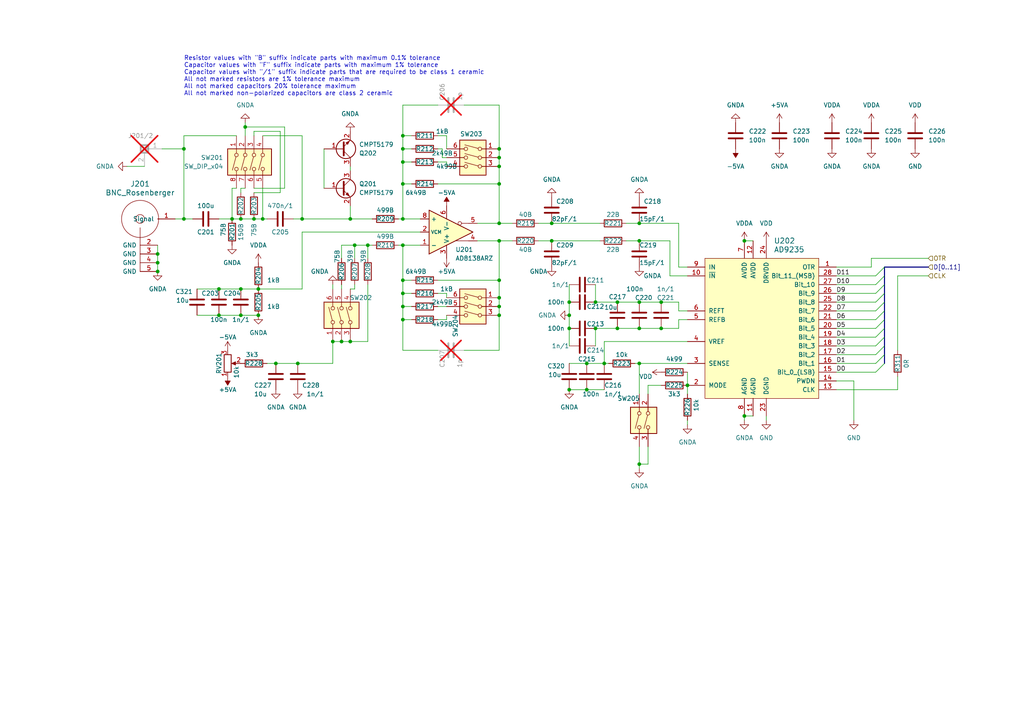
<source format=kicad_sch>
(kicad_sch (version 20231120) (generator "eeschema") (generator_version "8.0")
  (paper "A4")
  (title_block (title "MISRC") (date "2025-03-03") (rev "2.0") (comment 1 "Analog input + ADC"))
  (lib_symbols
    (symbol "ADC:AD9235" (pin_names (offset 1.016))
      (property "Reference" "U" (at -15.24 -21.59 0))
      (property "Value" "AD9235" (at -12.7 21.59 0))
      (symbol "AD9235_1_1"
        (pin input line (at 21.59 17.78 180) (length 5.08) (name "OTR") (number "1"))
        (pin input line (at -21.59 15.24 0) (length 5.08) (name "~{IN}") (number "10"))
        (pin power_in line (at -2.54 -25.4 90) (length 5.08) (name "AGND") (number "11"))
        (pin power_in line (at -2.54 25.4 270) (length 5.08) (name "AVDD") (number "12"))
        (pin input line (at 21.59 -17.78 180) (length 5.08) (name "CLK") (number "13"))
        (pin input line (at 21.59 -15.24 180) (length 5.08) (name "PWDN") (number "14"))
        (pin output line (at 21.59 -12.7 180) (length 5.08) (name "Bit_0_(LSB)") (number "15"))
        (pin output line (at 21.59 -10.16 180) (length 5.08) (name "Bit_1") (number "16"))
        (pin output line (at 21.59 -7.62 180) (length 5.08) (name "Bit_2") (number "17"))
        (pin output line (at 21.59 -5.08 180) (length 5.08) (name "Bit_3") (number "18"))
        (pin output line (at 21.59 -2.54 180) (length 5.08) (name "Bit_4") (number "19"))
        (pin input line (at -21.59 -16.51 0) (length 5.08) (name "MODE") (number "2"))
        (pin output line (at 21.59 0 180) (length 5.08) (name "Bit_5") (number "20"))
        (pin output line (at 21.59 2.54 180) (length 5.08) (name "Bit_6") (number "21"))
        (pin output line (at 21.59 5.08 180) (length 5.08) (name "Bit_7") (number "22"))
        (pin power_in line (at 1.27 -25.4 90) (length 5.08) (name "DGND") (number "23"))
        (pin power_in line (at 1.27 25.4 270) (length 5.08) (name "DRVDD") (number "24"))
        (pin output line (at 21.59 7.62 180) (length 5.08) (name "Bit_8") (number "25"))
        (pin output line (at 21.59 10.16 180) (length 5.08) (name "Bit_9") (number "26"))
        (pin output line (at 21.59 12.7 180) (length 5.08) (name "Bit_10") (number "27"))
        (pin output line (at 21.59 15.24 180) (length 5.08) (name "Bit_11_(MSB)") (number "28"))
        (pin input line (at -21.59 -10.16 0) (length 5.08) (name "SENSE") (number "3"))
        (pin input line (at -21.59 -3.81 0) (length 5.08) (name "VREF") (number "4"))
        (pin power_out line (at -21.59 2.54 0) (length 5.08) (name "REFB") (number "5"))
        (pin power_out line (at -21.59 5.08 0) (length 5.08) (name "REFT") (number "6"))
        (pin power_in line (at -5.08 25.4 270) (length 5.08) (name "AVDD") (number "7"))
        (pin power_in line (at -5.08 -25.4 90) (length 5.08) (name "AGND") (number "8"))
        (pin input line (at -21.59 17.78 0) (length 5.08) (name "IN") (number "9"))
      )
    )
    (symbol "Amplifier_Differential_AKL:AD8138ARZ"
      (property "Reference" "U" (at 8.89 11.43 0))
      (property "Value" "AD8138ARZ" (at 8.89 8.89 0))
      (symbol "AD8138ARZ_1_1"
        (pin input line (at -7.62 3.81 0) (length 2.54) (name "-") (number "1"))
        (pin input line (at -7.62 0 0) (length 2.54) (name "VCM") (number "2"))
        (pin power_in line (at 0 7.62 270) (length 3.84) (name "V+") (number "3"))
        (pin output line (at 8.89 2.54 180) (length 2.54) (name "~") (number "4"))
        (pin output line (at 8.89 -2.54 180) (length 2.54) (name "~") (number "5"))
        (pin power_in line (at 0 -7.62 90) (length 3.84) (name "V-") (number "6"))
        (pin no_connect line (at 0 0 0) (length 2.54) hide (name "NC") (number "7"))
        (pin input line (at -7.62 -3.81 0) (length 2.54) (name "+") (number "8"))
      )
    )
    (symbol "Connector_Generic_Shielded:Conn_01x01_Shielded" (pin_names (offset 1.016) hide)
      (property "Reference" "J1" (at -2.54 3.81 0))
      (symbol "Conn_01x01_Shielded_1_1"
        (pin passive line (at -5.08 0 0) (length 4.064) (name "Pin_1") (number "1"))
        (pin passive line (at 0 -5.08 90) (length 3.81) (name "Shield") (number "2"))
      )
    )
    (symbol "Device:C" (pin_numbers hide) (pin_names (offset 0.254))
      (property "Reference" "C" (at 0.635 2.54 0))
      (property "Value" "C" (at 0.635 -2.54 0))
      (symbol "C_1_1"
        (pin passive line (at 0 3.81 270) (length 2.794) (name "~") (number "1"))
        (pin passive line (at 0 -3.81 90) (length 2.794) (name "~") (number "2"))
      )
    )
    (symbol "Device:Q_NPN_BEC" (pin_names (offset 0) hide)
      (property "Reference" "Q" (at 5.08 1.27 0))
      (property "Value" "Q_NPN_BEC" (at 5.08 -1.27 0))
      (symbol "Q_NPN_BEC_1_1"
        (pin input line (at -5.08 0 0) (length 5.715) (name "B") (number "1"))
        (pin passive line (at 2.54 -5.08 90) (length 2.54) (name "E") (number "2"))
        (pin passive line (at 2.54 5.08 270) (length 2.54) (name "C") (number "3"))
      )
    )
    (symbol "Device:R" (pin_numbers hide) (pin_names (offset 0))
      (property "Reference" "R" (at 2.032 0 90))
      (property "Value" "R" (at 0 0 90))
      (symbol "R_1_1"
        (pin passive line (at 0 3.81 270) (length 1.27) (name "~") (number "1"))
        (pin passive line (at 0 -3.81 90) (length 1.27) (name "~") (number "2"))
      )
    )
    (symbol "Device:R_Potentiometer" (pin_names (offset 1.016) hide)
      (property "Reference" "RV" (at -4.445 0 90))
      (property "Value" "R_Potentiometer" (at -2.54 0 90))
      (symbol "R_Potentiometer_1_1"
        (pin passive line (at 0 3.81 270) (length 1.27) (name "1") (number "1"))
        (pin passive line (at 3.81 0 180) (length 1.27) (name "2") (number "2"))
        (pin passive line (at 0 -3.81 90) (length 1.27) (name "3") (number "3"))
      )
    )
    (symbol "Switch:SW_DIP_x02" (pin_names (offset 0) hide)
      (property "Reference" "SW" (at 0 6.35 0))
      (property "Value" "SW_DIP_x02" (at 0 -3.81 0))
      (symbol "SW_DIP_x02_1_1"
        (pin passive line (at -7.62 2.54 0) (length 5.08) (name "~") (number "1"))
        (pin passive line (at -7.62 0 0) (length 5.08) (name "~") (number "2"))
        (pin passive line (at 7.62 0 180) (length 5.08) (name "~") (number "3"))
        (pin passive line (at 7.62 2.54 180) (length 5.08) (name "~") (number "4"))
      )
    )
    (symbol "Switch:SW_DIP_x03" (pin_names (offset 0) hide)
      (property "Reference" "SW" (at 0 8.89 0))
      (property "Value" "SW_DIP_x03" (at 0 -3.81 0))
      (symbol "SW_DIP_x03_1_1"
        (pin passive line (at -7.62 5.08 0) (length 5.08) (name "~") (number "1"))
        (pin passive line (at -7.62 2.54 0) (length 5.08) (name "~") (number "2"))
        (pin passive line (at -7.62 0 0) (length 5.08) (name "~") (number "3"))
        (pin passive line (at 7.62 0 180) (length 5.08) (name "~") (number "4"))
        (pin passive line (at 7.62 2.54 180) (length 5.08) (name "~") (number "5"))
        (pin passive line (at 7.62 5.08 180) (length 5.08) (name "~") (number "6"))
      )
    )
    (symbol "Switch:SW_DIP_x04" (pin_names (offset 0) hide)
      (property "Reference" "SW" (at 0 8.89 0))
      (property "Value" "SW_DIP_x04" (at 0 -6.35 0))
      (symbol "SW_DIP_x04_1_1"
        (pin passive line (at -7.62 5.08 0) (length 5.08) (name "~") (number "1"))
        (pin passive line (at -7.62 2.54 0) (length 5.08) (name "~") (number "2"))
        (pin passive line (at -7.62 0 0) (length 5.08) (name "~") (number "3"))
        (pin passive line (at -7.62 -2.54 0) (length 5.08) (name "~") (number "4"))
        (pin passive line (at 7.62 -2.54 180) (length 5.08) (name "~") (number "5"))
        (pin passive line (at 7.62 0 180) (length 5.08) (name "~") (number "6"))
        (pin passive line (at 7.62 2.54 180) (length 5.08) (name "~") (number "7"))
        (pin passive line (at 7.62 5.08 180) (length 5.08) (name "~") (number "8"))
      )
    )
    (symbol "bnc_rosenberger:BNC_Rosenberger" (pin_names (offset 1.016))
      (property "Reference" "J" (at -3.81 6.35 0))
      (property "Value" "BNC_Rosenberger" (at -7.62 -5.08 90))
      (symbol "BNC_Rosenberger_1_1"
        (pin bidirectional line (at 10.16 0 180) (length 5.08) (name "Signal") (number "1"))
        (pin power_in line (at 5.08 -7.62 180) (length 5.08) (name "GND") (number "2"))
        (pin power_in line (at 5.08 -10.16 180) (length 5.08) (name "GND") (number "3"))
        (pin power_in line (at 5.08 -12.7 180) (length 5.08) (name "GND") (number "4"))
        (pin power_in line (at 5.08 -15.24 180) (length 5.08) (name "GND") (number "5"))
      )
    )
    (symbol "power:+5VA" (power) (pin_names (offset 0))
      (property "Value" "+5VA" (at 0 3.556 0))
      (symbol "+5VA_1_1"
        (pin power_in line (at 0 0 90) (length 0) hide (name "+5VA") (number "1"))
      )
    )
    (symbol "power:-5VA" (power) (pin_names (offset 0))
      (property "Value" "-5VA" (at 0 3.81 0))
      (symbol "-5VA_0_0"
        (pin power_in line (at 0 0 90) (length 0) hide (name "-5VA") (number "1"))
      )
    )
    (symbol "power:GND" (power) (pin_names (offset 0))
      (property "Value" "GND" (at 0 -3.81 0))
      (symbol "GND_1_1"
        (pin power_in line (at 0 0 270) (length 0) hide (name "GND") (number "1"))
      )
    )
    (symbol "power:GNDA" (power) (pin_names (offset 0))
      (property "Value" "GNDA" (at 0 -3.81 0))
      (symbol "GNDA_1_1"
        (pin power_in line (at 0 0 270) (length 0) hide (name "GNDA") (number "1"))
      )
    )
    (symbol "power:VDD" (power) (pin_names (offset 0))
      (property "Value" "VDD" (at 0 3.81 0))
      (symbol "VDD_1_1"
        (pin power_in line (at 0 0 90) (length 0) hide (name "VDD") (number "1"))
      )
    )
    (symbol "power:VDDA" (power) (pin_names (offset 0))
      (property "Value" "VDDA" (at 0 3.81 0))
      (symbol "VDDA_1_1"
        (pin power_in line (at 0 0 90) (length 0) hide (name "VDDA") (number "1"))
      )
    )
  )
  (junction (at 45.72 76.2))
  (junction (at 116.84 53.34))
  (junction (at 144.78 64.77))
  (junction (at 165.1 91.44))
  (junction (at 165.1 95.25))
  (junction (at 86.36 105.41))
  (junction (at 165.1 87.63))
  (junction (at 101.6 63.5))
  (junction (at 165.1 113.03))
  (junction (at 179.07 87.63))
  (junction (at 172.72 95.25))
  (junction (at 67.31 63.5))
  (junction (at 116.84 43.18))
  (junction (at 191.77 87.63))
  (junction (at 73.66 63.5))
  (junction (at 102.87 71.12))
  (junction (at 215.9 120.65))
  (junction (at 160.02 69.85))
  (junction (at 69.85 91.44))
  (junction (at 170.18 113.03))
  (junction (at 116.84 81.28))
  (junction (at 144.78 53.34))
  (junction (at 172.72 87.63))
  (junction (at 116.84 92.71))
  (junction (at 185.42 87.63))
  (junction (at 69.85 63.5))
  (junction (at 175.26 105.41))
  (junction (at 116.84 63.5))
  (junction (at 144.78 81.28))
  (junction (at 191.77 95.25))
  (junction (at 160.02 64.77))
  (junction (at 185.42 64.77))
  (junction (at 144.78 45.72))
  (junction (at 215.9 69.85))
  (junction (at 53.34 63.5))
  (junction (at 74.93 91.44))
  (junction (at 53.34 43.18))
  (junction (at 185.42 134.62))
  (junction (at 179.07 95.25))
  (junction (at 74.93 83.82))
  (junction (at 144.78 48.26))
  (junction (at 101.6 99.06))
  (junction (at 116.84 85.09))
  (junction (at 76.2 63.5))
  (junction (at 63.5 83.82))
  (junction (at 80.01 105.41))
  (junction (at 45.72 73.66))
  (junction (at 116.84 46.99))
  (junction (at 96.52 99.06))
  (junction (at 87.63 63.5))
  (junction (at 63.5 91.44))
  (junction (at 170.18 105.41))
  (junction (at 45.72 78.74))
  (junction (at 185.42 69.85))
  (junction (at 144.78 86.36))
  (junction (at 144.78 88.9))
  (junction (at 116.84 39.37))
  (junction (at 71.12 36.83))
  (junction (at 144.78 91.44))
  (junction (at 144.78 43.18))
  (junction (at 69.85 83.82))
  (junction (at 116.84 71.12))
  (junction (at 185.42 95.25))
  (junction (at 144.78 69.85))
  (junction (at 185.42 105.41))
  (junction (at 116.84 88.9))
  (junction (at 106.68 71.12))
  (junction (at 99.06 99.06))
  (junction (at 199.39 111.76))
  (bus_entry (at 256.54 85.09) (size -2.54 2.54))
  (bus_entry (at 256.54 102.87) (size -2.54 2.54))
  (bus_entry (at 256.54 80.01) (size -2.54 2.54))
  (bus_entry (at 256.54 90.17) (size -2.54 2.54))
  (bus_entry (at 256.54 105.41) (size -2.54 2.54))
  (bus_entry (at 256.54 97.79) (size -2.54 2.54))
  (bus_entry (at 256.54 87.63) (size -2.54 2.54))
  (bus_entry (at 256.54 77.47) (size -2.54 2.54))
  (bus_entry (at 256.54 100.33) (size -2.54 2.54))
  (bus_entry (at 256.54 95.25) (size -2.54 2.54))
  (bus_entry (at 256.54 92.71) (size -2.54 2.54))
  (bus_entry (at 256.54 82.55) (size -2.54 2.54))
  (wire (pts (xy 144.78 48.26) (xy 144.78 53.34)))
  (wire (pts (xy 160.02 64.77) (xy 173.99 64.77)))
  (wire (pts (xy 242.57 80.01) (xy 254 80.01)))
  (wire (pts (xy 101.6 63.5) (xy 107.95 63.5)))
  (wire (pts (xy 222.25 121.92) (xy 222.25 120.65)))
  (wire (pts (xy 63.5 63.5) (xy 67.31 63.5)))
  (wire (pts (xy 73.66 55.88) (xy 81.28 55.88)))
  (wire (pts (xy 80.01 105.41) (xy 86.36 105.41)))
  (wire (pts (xy 116.84 88.9) (xy 119.38 88.9)))
  (wire (pts (xy 128.27 45.72) (xy 129.54 45.72)))
  (wire (pts (xy 73.66 54.61) (xy 82.55 54.61)))
  (wire (pts (xy 87.63 39.37) (xy 87.63 63.5)))
  (wire (pts (xy 260.35 80.01) (xy 260.35 101.6)))
  (wire (pts (xy 76.2 54.61) (xy 76.2 63.5)))
  (wire (pts (xy 260.35 80.01) (xy 269.24 80.01)))
  (bus (pts (xy 256.54 80.01) (xy 256.54 82.55)))
  (wire (pts (xy 73.66 38.1) (xy 73.66 39.37)))
  (wire (pts (xy 76.2 63.5) (xy 77.47 63.5)))
  (wire (pts (xy 185.42 105.41) (xy 185.42 114.3)))
  (wire (pts (xy 187.96 111.76) (xy 187.96 114.3)))
  (wire (pts (xy 45.72 73.66) (xy 45.72 76.2)))
  (wire (pts (xy 116.84 53.34) (xy 116.84 63.5)))
  (wire (pts (xy 102.87 83.82) (xy 102.87 82.55)))
  (wire (pts (xy 116.84 43.18) (xy 119.38 43.18)))
  (wire (pts (xy 185.42 105.41) (xy 199.39 105.41)))
  (wire (pts (xy 144.78 45.72) (xy 144.78 48.26)))
  (bus (pts (xy 256.54 95.25) (xy 256.54 97.79)))
  (wire (pts (xy 116.84 101.6) (xy 127 101.6)))
  (wire (pts (xy 119.38 92.71) (xy 116.84 92.71)))
  (wire (pts (xy 127 92.71) (xy 129.54 92.71)))
  (wire (pts (xy 156.21 64.77) (xy 160.02 64.77)))
  (wire (pts (xy 185.42 95.25) (xy 191.77 95.25)))
  (wire (pts (xy 93.98 43.18) (xy 93.98 54.61)))
  (wire (pts (xy 242.57 82.55) (xy 254 82.55)))
  (bus (pts (xy 256.54 102.87) (xy 256.54 105.41)))
  (wire (pts (xy 252.73 77.47) (xy 252.73 74.93)))
  (wire (pts (xy 106.68 82.55) (xy 106.68 99.06)))
  (wire (pts (xy 199.39 111.76) (xy 199.39 114.3)))
  (wire (pts (xy 179.07 87.63) (xy 185.42 87.63)))
  (wire (pts (xy 165.1 87.63) (xy 165.1 91.44)))
  (wire (pts (xy 129.54 85.09) (xy 129.54 86.36)))
  (wire (pts (xy 260.35 109.22) (xy 260.35 113.03)))
  (wire (pts (xy 215.9 120.65) (xy 215.9 121.92)))
  (wire (pts (xy 172.72 82.55) (xy 172.72 87.63)))
  (wire (pts (xy 242.57 85.09) (xy 254 85.09)))
  (wire (pts (xy 144.78 43.18) (xy 144.78 45.72)))
  (wire (pts (xy 172.72 87.63) (xy 179.07 87.63)))
  (wire (pts (xy 45.72 71.12) (xy 45.72 73.66)))
  (bus (pts (xy 256.54 97.79) (xy 256.54 100.33)))
  (wire (pts (xy 181.61 64.77) (xy 185.42 64.77)))
  (wire (pts (xy 106.68 74.93) (xy 106.68 71.12)))
  (wire (pts (xy 53.34 43.18) (xy 53.34 63.5)))
  (wire (pts (xy 99.06 71.12) (xy 99.06 74.93)))
  (bus (pts (xy 256.54 100.33) (xy 256.54 102.87)))
  (wire (pts (xy 215.9 69.85) (xy 218.44 69.85)))
  (wire (pts (xy 73.66 63.5) (xy 76.2 63.5)))
  (wire (pts (xy 116.84 30.48) (xy 116.84 39.37)))
  (wire (pts (xy 101.6 83.82) (xy 102.87 83.82)))
  (wire (pts (xy 165.1 113.03) (xy 170.18 113.03)))
  (wire (pts (xy 185.42 69.85) (xy 194.31 69.85)))
  (wire (pts (xy 172.72 95.25) (xy 179.07 95.25)))
  (wire (pts (xy 144.78 69.85) (xy 144.78 81.28)))
  (wire (pts (xy 185.42 134.62) (xy 185.42 135.89)))
  (bus (pts (xy 256.54 77.47) (xy 269.24 77.47)))
  (wire (pts (xy 165.1 95.25) (xy 165.1 100.33)))
  (bus (pts (xy 256.54 87.63) (xy 256.54 90.17)))
  (wire (pts (xy 101.6 99.06) (xy 106.68 99.06)))
  (wire (pts (xy 81.28 55.88) (xy 81.28 38.1)))
  (wire (pts (xy 175.26 99.06) (xy 199.39 99.06)))
  (wire (pts (xy 71.12 36.83) (xy 71.12 39.37)))
  (wire (pts (xy 170.18 105.41) (xy 175.26 105.41)))
  (wire (pts (xy 116.84 92.71) (xy 116.84 101.6)))
  (wire (pts (xy 160.02 69.85) (xy 173.99 69.85)))
  (wire (pts (xy 76.2 39.37) (xy 87.63 39.37)))
  (wire (pts (xy 46.99 43.18) (xy 53.34 43.18)))
  (wire (pts (xy 247.65 110.49) (xy 247.65 121.92)))
  (wire (pts (xy 67.31 54.61) (xy 67.31 63.5)))
  (wire (pts (xy 199.39 107.95) (xy 199.39 111.76)))
  (wire (pts (xy 102.87 71.12) (xy 99.06 71.12)))
  (wire (pts (xy 50.8 63.5) (xy 53.34 63.5)))
  (wire (pts (xy 134.62 30.48) (xy 144.78 30.48)))
  (wire (pts (xy 57.15 91.44) (xy 63.5 91.44)))
  (wire (pts (xy 144.78 88.9) (xy 144.78 91.44)))
  (wire (pts (xy 101.6 59.69) (xy 101.6 63.5)))
  (wire (pts (xy 242.57 102.87) (xy 254 102.87)))
  (wire (pts (xy 96.52 99.06) (xy 99.06 99.06)))
  (wire (pts (xy 96.52 82.55) (xy 96.52 83.82)))
  (wire (pts (xy 242.57 92.71) (xy 254 92.71)))
  (wire (pts (xy 68.58 54.61) (xy 67.31 54.61)))
  (wire (pts (xy 119.38 39.37) (xy 116.84 39.37)))
  (wire (pts (xy 196.85 95.25) (xy 196.85 92.71)))
  (wire (pts (xy 77.47 105.41) (xy 80.01 105.41)))
  (wire (pts (xy 196.85 90.17) (xy 196.85 87.63)))
  (wire (pts (xy 67.31 63.5) (xy 69.85 63.5)))
  (wire (pts (xy 57.15 83.82) (xy 63.5 83.82)))
  (wire (pts (xy 119.38 85.09) (xy 116.84 85.09)))
  (wire (pts (xy 116.84 63.5) (xy 121.92 63.5)))
  (wire (pts (xy 116.84 71.12) (xy 121.92 71.12)))
  (wire (pts (xy 127 30.48) (xy 116.84 30.48)))
  (wire (pts (xy 74.93 83.82) (xy 87.63 83.82)))
  (wire (pts (xy 242.57 100.33) (xy 254 100.33)))
  (wire (pts (xy 127 39.37) (xy 129.54 39.37)))
  (wire (pts (xy 82.55 36.83) (xy 71.12 36.83)))
  (wire (pts (xy 187.96 129.54) (xy 187.96 134.62)))
  (wire (pts (xy 144.78 69.85) (xy 148.59 69.85)))
  (wire (pts (xy 129.54 91.44) (xy 129.54 92.71)))
  (wire (pts (xy 101.6 48.26) (xy 101.6 49.53)))
  (wire (pts (xy 69.85 54.61) (xy 69.85 55.88)))
  (wire (pts (xy 242.57 105.41) (xy 254 105.41)))
  (wire (pts (xy 99.06 82.55) (xy 99.06 83.82)))
  (wire (pts (xy 127 85.09) (xy 129.54 85.09)))
  (wire (pts (xy 215.9 120.65) (xy 218.44 120.65)))
  (bus (pts (xy 256.54 92.71) (xy 256.54 95.25)))
  (wire (pts (xy 116.84 85.09) (xy 116.84 81.28)))
  (wire (pts (xy 185.42 134.62) (xy 187.96 134.62)))
  (wire (pts (xy 71.12 54.61) (xy 69.85 54.61)))
  (wire (pts (xy 138.43 64.77) (xy 144.78 64.77)))
  (wire (pts (xy 194.31 69.85) (xy 194.31 80.01)))
  (wire (pts (xy 85.09 63.5) (xy 87.63 63.5)))
  (wire (pts (xy 199.39 90.17) (xy 196.85 90.17)))
  (wire (pts (xy 116.84 88.9) (xy 116.84 92.71)))
  (wire (pts (xy 185.42 129.54) (xy 185.42 134.62)))
  (wire (pts (xy 68.58 39.37) (xy 53.34 39.37)))
  (wire (pts (xy 127 88.9) (xy 129.54 88.9)))
  (wire (pts (xy 87.63 67.31) (xy 87.63 83.82)))
  (wire (pts (xy 242.57 77.47) (xy 252.73 77.47)))
  (wire (pts (xy 81.28 38.1) (xy 73.66 38.1)))
  (wire (pts (xy 194.31 80.01) (xy 199.39 80.01)))
  (wire (pts (xy 196.85 92.71) (xy 199.39 92.71)))
  (wire (pts (xy 82.55 54.61) (xy 82.55 36.83)))
  (wire (pts (xy 144.78 81.28) (xy 144.78 86.36)))
  (wire (pts (xy 71.12 35.56) (xy 71.12 36.83)))
  (wire (pts (xy 127 53.34) (xy 144.78 53.34)))
  (wire (pts (xy 175.26 105.41) (xy 176.53 105.41)))
  (wire (pts (xy 181.61 69.85) (xy 185.42 69.85)))
  (wire (pts (xy 45.72 76.2) (xy 45.72 78.74)))
  (wire (pts (xy 63.5 83.82) (xy 69.85 83.82)))
  (wire (pts (xy 172.72 95.25) (xy 172.72 100.33)))
  (wire (pts (xy 144.78 30.48) (xy 144.78 43.18)))
  (wire (pts (xy 127 46.99) (xy 129.54 46.99)))
  (wire (pts (xy 242.57 113.03) (xy 260.35 113.03)))
  (wire (pts (xy 199.39 77.47) (xy 196.85 77.47)))
  (bus (pts (xy 256.54 77.47) (xy 256.54 80.01)))
  (wire (pts (xy 185.42 87.63) (xy 191.77 87.63)))
  (wire (pts (xy 116.84 46.99) (xy 116.84 53.34)))
  (wire (pts (xy 191.77 95.25) (xy 196.85 95.25)))
  (wire (pts (xy 185.42 64.77) (xy 196.85 64.77)))
  (wire (pts (xy 196.85 77.47) (xy 196.85 64.77)))
  (wire (pts (xy 69.85 83.82) (xy 74.93 83.82)))
  (wire (pts (xy 134.62 101.6) (xy 144.78 101.6)))
  (wire (pts (xy 116.84 88.9) (xy 116.84 85.09)))
  (wire (pts (xy 115.57 63.5) (xy 116.84 63.5)))
  (wire (pts (xy 116.84 81.28) (xy 119.38 81.28)))
  (wire (pts (xy 144.78 86.36) (xy 144.78 88.9)))
  (wire (pts (xy 156.21 69.85) (xy 160.02 69.85)))
  (wire (pts (xy 242.57 95.25) (xy 254 95.25)))
  (wire (pts (xy 63.5 91.44) (xy 69.85 91.44)))
  (wire (pts (xy 242.57 90.17) (xy 254 90.17)))
  (wire (pts (xy 144.78 53.34) (xy 144.78 64.77)))
  (wire (pts (xy 115.57 71.12) (xy 116.84 71.12)))
  (wire (pts (xy 165.1 91.44) (xy 165.1 95.25)))
  (wire (pts (xy 185.42 105.41) (xy 184.15 105.41)))
  (wire (pts (xy 127 43.18) (xy 128.27 43.18)))
  (wire (pts (xy 116.84 81.28) (xy 116.84 71.12)))
  (wire (pts (xy 53.34 39.37) (xy 53.34 43.18)))
  (wire (pts (xy 128.27 43.18) (xy 128.27 45.72)))
  (wire (pts (xy 87.63 67.31) (xy 121.92 67.31)))
  (wire (pts (xy 242.57 110.49) (xy 247.65 110.49)))
  (wire (pts (xy 242.57 87.63) (xy 254 87.63)))
  (wire (pts (xy 87.63 63.5) (xy 101.6 63.5)))
  (wire (pts (xy 102.87 74.93) (xy 102.87 71.12)))
  (wire (pts (xy 86.36 105.41) (xy 96.52 105.41)))
  (wire (pts (xy 106.68 71.12) (xy 102.87 71.12)))
  (wire (pts (xy 127 81.28) (xy 144.78 81.28)))
  (wire (pts (xy 69.85 63.5) (xy 73.66 63.5)))
  (wire (pts (xy 165.1 105.41) (xy 170.18 105.41)))
  (wire (pts (xy 242.57 97.79) (xy 254 97.79)))
  (wire (pts (xy 116.84 43.18) (xy 116.84 46.99)))
  (bus (pts (xy 256.54 90.17) (xy 256.54 92.71)))
  (wire (pts (xy 36.83 48.26) (xy 41.91 48.26)))
  (wire (pts (xy 187.96 111.76) (xy 191.77 111.76)))
  (wire (pts (xy 55.88 63.5) (xy 53.34 63.5)))
  (wire (pts (xy 116.84 53.34) (xy 119.38 53.34)))
  (wire (pts (xy 170.18 113.03) (xy 175.26 113.03)))
  (wire (pts (xy 116.84 39.37) (xy 116.84 43.18)))
  (wire (pts (xy 69.85 91.44) (xy 74.93 91.44)))
  (wire (pts (xy 199.39 121.92) (xy 199.39 123.19)))
  (wire (pts (xy 179.07 95.25) (xy 185.42 95.25)))
  (wire (pts (xy 191.77 87.63) (xy 196.85 87.63)))
  (wire (pts (xy 129.54 39.37) (xy 129.54 43.18)))
  (wire (pts (xy 129.54 46.99) (xy 129.54 48.26)))
  (bus (pts (xy 256.54 85.09) (xy 256.54 87.63)))
  (wire (pts (xy 242.57 107.95) (xy 254 107.95)))
  (wire (pts (xy 106.68 71.12) (xy 107.95 71.12)))
  (wire (pts (xy 138.43 69.85) (xy 144.78 69.85)))
  (wire (pts (xy 96.52 99.06) (xy 96.52 105.41)))
  (wire (pts (xy 252.73 74.93) (xy 269.24 74.93)))
  (wire (pts (xy 116.84 46.99) (xy 119.38 46.99)))
  (bus (pts (xy 256.54 82.55) (xy 256.54 85.09)))
  (wire (pts (xy 99.06 99.06) (xy 101.6 99.06)))
  (wire (pts (xy 175.26 105.41) (xy 175.26 99.06)))
  (wire (pts (xy 165.1 82.55) (xy 165.1 87.63)))
  (wire (pts (xy 144.78 64.77) (xy 148.59 64.77)))
  (wire (pts (xy 144.78 91.44) (xy 144.78 101.6)))
  (text "Resistor values with \"B\" suffix indicate parts with maximum 0.1% tolerance\nCapacitor values with \"F\" suffix indicate parts with maximum 1% tolerance\nCapacitor values with \"/1\" suffix indicate parts that are required to be class 1 ceramic\nAll not marked resistors are 1% tolerance maximum\nAll not marked capacitors 20% tolerance maximum\nAll not marked non-polarized capacitors are class 2 ceramic" (at 53.34 27.94 0) (effects (font (size 1.27 1.27)) (justify left bottom)))
  (label "D5" (at 242.57 95.25 0))
  (label "D4" (at 242.57 97.79 0))
  (label "D6" (at 242.57 92.71 0))
  (label "D10" (at 242.57 82.55 0))
  (label "D8" (at 242.57 87.63 0))
  (label "D3" (at 242.57 100.33 0))
  (label "D11" (at 242.57 80.01 0))
  (label "D7" (at 242.57 90.17 0))
  (label "D1" (at 242.57 105.41 0))
  (label "D9" (at 242.57 85.09 0))
  (label "D2" (at 242.57 102.87 0))
  (label "D0" (at 242.57 107.95 0))
  (hierarchical_label "CLK" (shape input) (at 269.24 80.01 0))
  (hierarchical_label "D[0..11]" (shape input) (at 269.24 77.47 0))
  (hierarchical_label "OTR" (shape input) (at 269.24 74.93 0))
  (symbol (lib_id "power:GNDA") (at 213.36 35.56 180) (unit 1)
    (property "Reference" "#PWR0219" (effects (hide yes)))
    (property "Value" "GNDA" (at 213.36 30.48 0))
  )
  (symbol (lib_id "power:GNDA") (at 160.02 57.15 180) (unit 1)
    (property "Reference" "#PWR0210" (effects (hide yes)))
    (property "Value" "GNDA" (at 160.02 52.07 0))
  )
  (symbol (lib_id "Device:R") (at 74.93 87.63 180) (unit 1)
    (property "Reference" "R205" (at 74.93 90.17 90) (effects (justify right)))
    (property "Value" "1kB" (at 77.47 88.9 0) (effects (justify right)))
    (property "Footprint" "Resistor_SMD:R_0603_1608Metric" (effects (hide yes)))
    (property "Manufacturer_Part_Number" "RC0603FR-071KL " (effects (hide yes)))
  )
  (symbol (lib_id "Device:C") (at 213.36 39.37 0) (unit 1)
    (property "Reference" "C222" (at 217.17 38.1 0) (effects (justify left)))
    (property "Value" "100n" (at 217.17 40.64 0) (effects (justify left)))
    (property "Footprint" "Capacitor_SMD:C_0603_1608Metric" (effects (hide yes)))
    (property "Manufacturer_Part_Number" "GRM188R72A104KA35D " (effects (hide yes)))
  )
  (symbol (lib_id "Device:R") (at 106.68 78.74 0) (mirror y) (unit 1)
    (property "Reference" "R208" (at 106.68 76.2 90) (effects (justify right)))
    (property "Value" "39B" (at 105.41 72.39 90) (effects (justify right)))
    (property "Footprint" "Resistor_SMD:R_0603_1608Metric" (effects (hide yes)))
    (property "Manufacturer_Part_Number" "RC0603FR-0739RL" (effects (hide yes)))
  )
  (symbol (lib_id "Device:C") (at 179.07 91.44 0) (unit 1)
    (property "Reference" "C217" (at 176.53 86.106 0) (effects (justify left)))
    (property "Value" "10u" (at 175.26 89.154 0) (effects (justify left)))
    (property "Footprint" "Capacitor_SMD:C_0603_1608Metric" (effects (hide yes)))
    (property "Manufacturer_Part_Number" "GRM188C81C106MA73D" (effects (hide yes)))
  )
  (symbol (lib_id "power:GNDA") (at 252.73 43.18 0) (unit 1)
    (property "Reference" "#PWR0231" (effects (hide yes)))
    (property "Value" "GNDA" (at 252.73 48.26 0))
  )
  (symbol (lib_id "power:GNDA") (at 74.93 91.44 0) (unit 1)
    (property "Reference" "#PWR0205" (effects (hide yes)))
    (property "Value" "GNDA" (at 74.93 96.52 0))
  )
  (symbol (lib_id "Device:C") (at 226.06 39.37 0) (unit 1)
    (property "Reference" "C223" (at 229.87 38.1 0) (effects (justify left)))
    (property "Value" "100n" (at 229.87 40.64 0) (effects (justify left)))
    (property "Footprint" "Capacitor_SMD:C_0603_1608Metric" (effects (hide yes)))
    (property "Manufacturer_Part_Number" "GRM188R72A104KA35D " (effects (hide yes)))
  )
  (symbol (lib_id "power:+5VA") (at 226.06 35.56 0) (unit 1)
    (property "Reference" "#PWR0225" (effects (hide yes)))
    (property "Value" "+5VA" (at 226.06 30.48 0))
  )
  (symbol (lib_id "power:+5VA") (at 66.04 101.6 0) (unit 1)
    (property "Reference" "#PWR0243" (effects (hide yes)))
    (property "Value" "-5VA" (at 66.04 97.79 0))
  )
  (symbol (lib_id "power:GNDA") (at 165.1 113.03 0) (unit 1)
    (property "Reference" "#PWR0213" (effects (hide yes)))
    (property "Value" "GNDA" (at 165.1 118.11 0))
  )
  (symbol (lib_id "Switch:SW_DIP_x03") (at 137.16 48.26 0) (mirror y) (unit 1)
    (property "Reference" "SW203" (at 139.954 38.862 0) (effects (justify left)))
    (property "Value" "SW_DIP_x03" (effects (hide yes)))
    (property "Footprint" "Button_Switch_SMD:SW_DIP_SPSTx03_Slide_6.7x9.18mm_W8.61mm_P2.54mm_LowProfile" (effects (hide yes)))
    (property "Manufacturer_Part_Number" "A6S-3104-H" (effects (hide yes)))
  )
  (symbol (lib_id "power:GNDA") (at 185.42 77.47 0) (unit 1)
    (property "Reference" "#PWR0215" (effects (hide yes)))
    (property "Value" "GNDA" (at 189.23 80.01 0))
  )
  (symbol (lib_id "power:GNDA") (at 86.36 113.03 0) (mirror y) (unit 1)
    (property "Reference" "#PWR0249" (effects (hide yes)))
    (property "Value" "GNDA" (at 86.36 118.11 0))
  )
  (symbol (lib_id "Device:R") (at 123.19 53.34 90) (unit 1)
    (property "Reference" "R214" (at 123.19 53.34 90))
    (property "Value" "6k49B" (at 120.65 55.88 90))
    (property "Footprint" "Resistor_SMD:R_0603_1608Metric" (effects (hide yes)))
    (property "Manufacturer_Part_Number" "RC0603FR-136K49L" (effects (hide yes)))
  )
  (symbol (lib_id "Device:C") (at 168.91 100.33 90) (unit 1)
    (property "Reference" "C214" (at 172.72 101.6 90))
    (property "Value" "1n/1" (at 162.56 100.33 90))
    (property "Footprint" "Capacitor_SMD:C_0603_1608Metric" (effects (hide yes)))
    (property "Manufacturer_Part_Number" "GCM1885C1H102FA16D " (effects (hide yes)))
  )
  (symbol (lib_id "Device:C") (at 175.26 109.22 0) (unit 1)
    (property "Reference" "C216" (at 175.26 111.76 0) (effects (justify left)))
    (property "Value" "1n/1" (at 175.26 114.3 0) (effects (justify left)))
    (property "Footprint" "Capacitor_SMD:C_0603_1608Metric" (effects (hide yes)))
    (property "Manufacturer_Part_Number" "GCM1885C1H102FA16D " (effects (hide yes)))
  )
  (symbol (lib_id "Device:C") (at 63.5 87.63 0) (unit 1)
    (property "Reference" "C203" (at 58.42 85.09 0) (effects (justify left)))
    (property "Value" "100n" (at 60.96 92.71 0) (effects (justify left)))
    (property "Footprint" "Capacitor_SMD:C_0603_1608Metric" (effects (hide yes)))
    (property "Manufacturer_Part_Number" "GRM188R72A104KA35D " (effects (hide yes)))
  )
  (symbol (lib_id "Device:R") (at 195.58 107.95 90) (unit 1)
    (property "Reference" "R224" (at 195.58 107.95 90))
    (property "Value" "4k99" (at 195.58 104.14 90))
    (property "Footprint" "Resistor_SMD:R_0603_1608Metric" (effects (hide yes)))
    (property "Manufacturer_Part_Number" "RC0603FR-074K99L" (effects (hide yes)))
  )
  (symbol (lib_id "Connector_Generic_Shielded:Conn_01x01_Shielded") (at 41.91 43.18 0) (mirror y) (unit 1) (dnp yes)
    (property "Reference" "J201/2" (at 44.45 39.37 0) (effects (justify left)))
    (property "Value" "Conn_01x01_Shielded" (effects (hide yes)))
    (property "Footprint" "Footprints:SMA_Amphenol_901-144_Horizontal" (effects (hide yes)))
    (property "Manufacturer_Part_Number" "CONSMA002-L-G" (effects (hide yes)))
  )
  (symbol (lib_id "Device:C") (at 130.81 30.48 90) (unit 1) (dnp yes)
    (property "Reference" "C206" (at 128.27 29.21 0) (effects (justify left)))
    (property "Value" "1p" (at 133.35 29.21 0) (effects (justify left)))
    (property "Footprint" "Capacitor_SMD:C_0603_1608Metric" (effects (hide yes)))
  )
  (symbol (lib_id "Device:C") (at 130.81 101.6 90) (unit 1) (dnp yes)
    (property "Reference" "C207" (at 128.27 106.68 0) (effects (justify left)))
    (property "Value" "1p" (at 133.35 106.68 0) (effects (justify left)))
    (property "Footprint" "Capacitor_SMD:C_0603_1608Metric" (effects (hide yes)))
  )
  (symbol (lib_id "Device:R") (at 73.66 105.41 270) (unit 1)
    (property "Reference" "R228" (at 76.2 105.41 90) (effects (justify right)))
    (property "Value" "3k3" (at 74.93 102.87 90) (effects (justify right)))
    (property "Footprint" "Resistor_SMD:R_0603_1608Metric" (effects (hide yes)))
    (property "Manufacturer_Part_Number" "RC0603FR-133K3L" (effects (hide yes)))
  )
  (symbol (lib_id "power:+5VA") (at 129.54 74.93 180) (unit 1)
    (property "Reference" "#PWR0209" (effects (hide yes)))
    (property "Value" "+5VA" (at 129.54 78.74 0))
  )
  (symbol (lib_id "power:GND") (at 265.43 43.18 0) (unit 1)
    (property "Reference" "#PWR0233" (effects (hide yes)))
    (property "Value" "GND" (at 265.43 48.26 0))
  )
  (symbol (lib_id "Device:R") (at 111.76 63.5 90) (unit 1)
    (property "Reference" "R209" (at 111.76 63.5 90))
    (property "Value" "499B" (at 111.76 60.96 90))
    (property "Footprint" "Resistor_SMD:R_0603_1608Metric" (effects (hide yes)))
    (property "Manufacturer_Part_Number" "RC0603FR-07499RL" (effects (hide yes)))
  )
  (symbol (lib_id "power:GNDA") (at 96.52 82.55 0) (mirror x) (unit 1)
    (property "Reference" "#PWR0207" (effects (hide yes)))
    (property "Value" "GNDA" (at 92.71 78.74 0))
  )
  (symbol (lib_id "Device:R_Potentiometer") (at 66.04 105.41 0) (mirror x) (unit 1)
    (property "Reference" "RV201" (at 63.5 105.41 90))
    (property "Value" "10k" (at 68.58 107.95 90))
    (property "Footprint" "Potentiometer_THT:Potentiometer_Bourns_3266W_Vertical" (effects (hide yes)))
    (property "Manufacturer_Part_Number" "3266W-1-103LF" (effects (hide yes)))
  )
  (symbol (lib_id "Device:R") (at 195.58 111.76 90) (unit 1)
    (property "Reference" "R225" (at 195.58 111.76 90))
    (property "Value" "3k3" (at 195.58 114.3 90))
    (property "Footprint" "Resistor_SMD:R_0603_1608Metric" (effects (hide yes)))
    (property "Manufacturer_Part_Number" "RC0603FR-133K3L" (effects (hide yes)))
  )
  (symbol (lib_id "power:GNDA") (at 241.3 43.18 0) (unit 1)
    (property "Reference" "#PWR0228" (effects (hide yes)))
    (property "Value" "GNDA" (at 241.3 48.26 0))
  )
  (symbol (lib_id "power:GNDA") (at 80.01 113.03 0) (mirror y) (unit 1)
    (property "Reference" "#PWR0247" (effects (hide yes)))
    (property "Value" "GNDA" (at 80.01 118.11 0))
  )
  (symbol (lib_id "power:VDD") (at 265.43 35.56 0) (unit 1)
    (property "Reference" "#PWR0232" (effects (hide yes)))
    (property "Value" "VDD" (at 265.43 30.48 0))
  )
  (symbol (lib_id "power:GNDA") (at 226.06 43.18 0) (unit 1)
    (property "Reference" "#PWR0226" (effects (hide yes)))
    (property "Value" "GNDA" (at 226.06 48.26 0))
  )
  (symbol (lib_id "Device:C") (at 252.73 39.37 0) (unit 1)
    (property "Reference" "C225" (at 256.54 38.1 0) (effects (justify left)))
    (property "Value" "100n" (at 256.54 40.64 0) (effects (justify left)))
    (property "Footprint" "Capacitor_SMD:C_0603_1608Metric" (effects (hide yes)))
    (property "Manufacturer_Part_Number" "GRM188R72A104KA35D " (effects (hide yes)))
  )
  (symbol (lib_id "power:-5VA") (at 213.36 43.18 180) (unit 1)
    (property "Reference" "#PWR0220" (effects (hide yes)))
    (property "Value" "-5VA" (at 213.36 48.26 0))
  )
  (symbol (lib_id "Switch:SW_DIP_x04") (at 73.66 46.99 90) (mirror x) (unit 1)
    (property "Reference" "SW201" (at 64.77 45.72 90) (effects (justify left)))
    (property "Value" "SW_DIP_x04" (at 64.77 48.26 90) (effects (justify left)))
    (property "Footprint" "Button_Switch_SMD:SW_DIP_SPSTx04_Slide_6.7x11.72mm_W8.61mm_P2.54mm_LowProfile" (effects (hide yes)))
    (property "Manufacturer_Part_Number" "IKD0403101" (effects (hide yes)))
  )
  (symbol (lib_id "Device:R") (at 123.19 43.18 90) (unit 1)
    (property "Reference" "R212" (at 123.19 43.18 90))
    (property "Value" "2k49B" (at 128.27 44.45 90))
    (property "Footprint" "Resistor_SMD:R_0603_1608Metric" (effects (hide yes)))
    (property "Manufacturer_Part_Number" "RC0603FR-072K49L " (effects (hide yes)))
  )
  (symbol (lib_id "Device:C") (at 86.36 109.22 0) (unit 1)
    (property "Reference" "C228" (at 87.63 111.76 0) (effects (justify left)))
    (property "Value" "1n/1" (at 88.9 114.3 0) (effects (justify left)))
    (property "Footprint" "Capacitor_SMD:C_0603_1608Metric" (effects (hide yes)))
    (property "Manufacturer_Part_Number" "GCM1885C1H102FA16D " (effects (hide yes)))
  )
  (symbol (lib_id "power:VDDA") (at 241.3 35.56 0) (unit 1)
    (property "Reference" "#PWR0227" (effects (hide yes)))
    (property "Value" "VDDA" (at 241.3 30.48 0))
  )
  (symbol (lib_id "power:GNDA") (at 160.02 77.47 0) (unit 1)
    (property "Reference" "#PWR0211" (effects (hide yes)))
    (property "Value" "GNDA" (at 156.21 78.74 0))
  )
  (symbol (lib_id "power:GNDA") (at 101.6 38.1 0) (mirror x) (unit 1)
    (property "Reference" "#PWR0242" (effects (hide yes)))
    (property "Value" "GNDA" (at 104.14 33.02 0) (effects (justify right)))
  )
  (symbol (lib_id "bnc_rosenberger:BNC_Rosenberger") (at 40.64 63.5 0) (unit 1)
    (property "Reference" "J201" (at 40.64 53.34 0) (effects (font (size 1.524 1.524))))
    (property "Value" "BNC_Rosenberger" (at 40.64 55.88 0) (effects (font (size 1.524 1.524))))
    (property "Footprint" "Footprints:BNC_Right_Angle-DOSIN-801-0050_5pin" (effects (hide yes)))
    (property "Manufacturer_Part_Number" "DOSIN-801-0050" (effects (hide yes)))
  )
  (symbol (lib_id "Device:C") (at 57.15 87.63 0) (unit 1)
    (property "Reference" "C321" (at 50.8 84.582 0) (effects (justify left)))
    (property "Value" "10u" (at 51.054 87.122 0) (effects (justify left)))
    (property "Footprint" "Capacitor_SMD:C_0603_1608Metric" (effects (hide yes)))
    (property "Manufacturer_Part_Number" "GRM188C81C106MA73D" (effects (hide yes)))
  )
  (symbol (lib_id "power:GNDA") (at 185.42 135.89 0) (unit 1)
    (property "Reference" "#PWR0216" (effects (hide yes)))
    (property "Value" "GNDA" (at 185.42 140.97 0))
  )
  (symbol (lib_id "Device:C") (at 191.77 91.44 0) (unit 1)
    (property "Reference" "C221" (at 190.5 86.36 0) (effects (justify left)))
    (property "Value" "1n/1" (at 190.5 83.82 0) (effects (justify left)))
    (property "Footprint" "Capacitor_SMD:C_0603_1608Metric" (effects (hide yes)))
    (property "Manufacturer_Part_Number" "GCM1885C1H102FA16D " (effects (hide yes)))
  )
  (symbol (lib_id "Amplifier_Differential_AKL:AD8138ARZ") (at 129.54 67.31 0) (mirror x) (unit 1)
    (property "Reference" "U201" (at 132.08 72.39 0) (effects (justify left)))
    (property "Value" "AD8138ARZ" (at 132.08 74.93 0) (effects (justify left)))
    (property "Footprint" "Package_SO:SO-8_3.9x4.9mm_P1.27mm" (effects (hide yes)))
    (property "Datasheet" "https://www.analog.com/media/en/technical-documentation/data-sheets/AD8138.pdf" (effects (hide yes)))
    (property "Manufacturer_Part_Number" "AD8138ARZ" (effects (hide yes)))
  )
  (symbol (lib_id "power:VDDA") (at 74.93 76.2 0) (unit 1)
    (property "Reference" "#PWR0204" (effects (hide yes)))
    (property "Value" "VDDA" (at 74.93 71.12 0))
  )
  (symbol (lib_id "Device:C") (at 81.28 63.5 90) (mirror x) (unit 1)
    (property "Reference" "C205" (at 81.28 67.31 90))
    (property "Value" "470n/1" (at 81.28 59.69 90))
    (property "Footprint" "Capacitor_SMD:C_0603_1608Metric" (effects (hide yes)))
    (property "Manufacturer_Part_Number" "GRM188R71E474KA12D " (effects (hide yes)))
  )
  (symbol (lib_id "Device:R") (at 177.8 69.85 90) (unit 1)
    (property "Reference" "R222" (at 177.8 69.85 90))
    (property "Value" "22B" (at 177.8 72.39 90))
    (property "Footprint" "Resistor_SMD:R_0603_1608Metric" (effects (hide yes)))
    (property "Manufacturer_Part_Number" "RC0603FR-0722RL" (effects (hide yes)))
  )
  (symbol (lib_id "Device:C") (at 185.42 91.44 0) (unit 1)
    (property "Reference" "C220" (at 184.15 86.36 0) (effects (justify left)))
    (property "Value" "100n" (at 181.61 83.82 0) (effects (justify left)))
    (property "Footprint" "Capacitor_SMD:C_0603_1608Metric" (effects (hide yes)))
    (property "Manufacturer_Part_Number" "GRM188R72A104KA35D " (effects (hide yes)))
  )
  (symbol (lib_id "Device:R") (at 180.34 105.41 90) (unit 1)
    (property "Reference" "R223" (at 180.34 105.41 90))
    (property "Value" "10k" (at 180.34 102.87 90))
    (property "Footprint" "Resistor_SMD:R_0603_1608Metric" (effects (hide yes)))
    (property "Manufacturer_Part_Number" "RC0603FR-0710KL" (effects (hide yes)))
  )
  (symbol (lib_id "Switch:SW_DIP_x03") (at 137.16 91.44 0) (mirror y) (unit 1)
    (property "Reference" "SW204" (at 132.08 97.79 90) (effects (justify left)))
    (property "Value" "SW_DIP_x03" (effects (hide yes)))
    (property "Footprint" "Button_Switch_SMD:SW_DIP_SPSTx03_Slide_6.7x9.18mm_W8.61mm_P2.54mm_LowProfile" (effects (hide yes)))
    (property "Manufacturer_Part_Number" "A6S-3104-H" (effects (hide yes)))
  )
  (symbol (lib_id "Device:R") (at 123.19 85.09 90) (unit 1)
    (property "Reference" "R216" (at 123.19 85.09 90))
    (property "Value" "1kB" (at 129.54 83.82 90))
    (property "Footprint" "Resistor_SMD:R_0603_1608Metric" (effects (hide yes)))
    (property "Manufacturer_Part_Number" "RC0603FR-071KL " (effects (hide yes)))
  )
  (symbol (lib_id "Device:C") (at 185.42 73.66 0) (unit 1)
    (property "Reference" "C219" (at 185.42 71.12 0) (effects (justify left)))
    (property "Value" "15pF/1" (at 185.42 76.2 0) (effects (justify left)))
    (property "Footprint" "Capacitor_SMD:C_0603_1608Metric" (effects (hide yes)))
    (property "Manufacturer_Part_Number" "GRM1885C1H150JA01J " (effects (hide yes)))
  )
  (symbol (lib_id "Device:R") (at 177.8 64.77 90) (unit 1)
    (property "Reference" "R221" (at 177.8 64.77 90))
    (property "Value" "22B" (at 177.8 62.23 90))
    (property "Footprint" "Resistor_SMD:R_0603_1608Metric" (effects (hide yes)))
    (property "Manufacturer_Part_Number" "RC0603FR-0722RL" (effects (hide yes)))
  )
  (symbol (lib_id "power:VDDA") (at 252.73 35.56 0) (unit 1)
    (property "Reference" "#PWR0230" (effects (hide yes)))
    (property "Value" "VDDA" (at 252.73 30.48 0))
  )
  (symbol (lib_id "power:VDD") (at 222.25 69.85 0) (unit 1)
    (property "Reference" "#PWR0223" (effects (hide yes)))
    (property "Value" "VDD" (at 222.25 64.77 0))
  )
  (symbol (lib_id "Device:C") (at 265.43 39.37 0) (unit 1)
    (property "Reference" "C226" (at 269.24 38.1 0) (effects (justify left)))
    (property "Value" "100n" (at 269.24 40.64 0) (effects (justify left)))
    (property "Footprint" "Capacitor_SMD:C_0603_1608Metric" (effects (hide yes)))
    (property "Manufacturer_Part_Number" "GRM188R72A104KA35D " (effects (hide yes)))
  )
  (symbol (lib_id "Device:R") (at 102.87 78.74 0) (mirror y) (unit 1)
    (property "Reference" "R207" (at 102.87 76.2 90) (effects (justify right)))
    (property "Value" "39B" (at 101.6 72.39 90) (effects (justify right)))
    (property "Footprint" "Resistor_SMD:R_0603_1608Metric" (effects (hide yes)))
    (property "Manufacturer_Part_Number" "RC0603FR-0739RL" (effects (hide yes)))
  )
  (symbol (lib_id "Device:C") (at 170.18 109.22 0) (unit 1)
    (property "Reference" "C215" (at 167.64 104.14 0) (effects (justify left)))
    (property "Value" "100n" (at 168.91 114.3 0) (effects (justify left)))
    (property "Footprint" "Capacitor_SMD:C_0603_1608Metric" (effects (hide yes)))
    (property "Manufacturer_Part_Number" "GRM188R72A104KA35D " (effects (hide yes)))
  )
  (symbol (lib_id "Device:R") (at 67.31 67.31 180) (unit 1)
    (property "Reference" "R201" (at 67.31 69.85 90) (effects (justify right)))
    (property "Value" "75B" (at 64.77 68.58 90) (effects (justify right)))
    (property "Footprint" "Resistor_SMD:R_0603_1608Metric" (effects (hide yes)))
    (property "Manufacturer_Part_Number" "RC0603FR-1075RL " (effects (hide yes)))
  )
  (symbol (lib_id "Device:C") (at 168.91 87.63 90) (unit 1)
    (property "Reference" "C212" (at 172.72 88.9 90))
    (property "Value" "100n" (at 161.29 87.63 90))
    (property "Footprint" "Capacitor_SMD:C_0603_1608Metric" (effects (hide yes)))
    (property "Manufacturer_Part_Number" "GRM188R72A104KA35D " (effects (hide yes)))
  )
  (symbol (lib_id "Device:C") (at 168.91 82.55 90) (unit 1)
    (property "Reference" "C211" (at 172.72 81.28 90))
    (property "Value" "1n/1" (at 162.56 82.55 90))
    (property "Footprint" "Capacitor_SMD:C_0603_1608Metric" (effects (hide yes)))
    (property "Manufacturer_Part_Number" "GCM1885C1H102FA16D " (effects (hide yes)))
  )
  (symbol (lib_id "Device:R") (at 111.76 71.12 90) (unit 1)
    (property "Reference" "R210" (at 111.76 71.12 90))
    (property "Value" "499B" (at 111.76 68.58 90))
    (property "Footprint" "Resistor_SMD:R_0603_1608Metric" (effects (hide yes)))
    (property "Manufacturer_Part_Number" "RC0603FR-07499RL" (effects (hide yes)))
  )
  (symbol (lib_id "power:GNDA") (at 165.1 91.44 270) (unit 1)
    (property "Reference" "#PWR0212" (effects (hide yes)))
    (property "Value" "GNDA" (at 161.29 91.44 90) (effects (justify right)))
  )
  (symbol (lib_id "Device:R") (at 69.85 59.69 0) (mirror y) (unit 1)
    (property "Reference" "R202" (at 69.85 57.15 90) (effects (justify right)))
    (property "Value" "150B" (at 69.85 64.77 90) (effects (justify right)))
    (property "Footprint" "Resistor_SMD:R_0603_1608Metric" (effects (hide yes)))
    (property "Manufacturer_Part_Number" "RC0603FR-07150RL" (effects (hide yes)))
  )
  (symbol (lib_id "power:GNDA") (at 199.39 123.19 0) (unit 1)
    (property "Reference" "#PWR0218" (effects (hide yes)))
    (property "Value" "GNDA" (at 199.39 128.27 0))
  )
  (symbol (lib_id "Device:Q_NPN_BEC") (at 99.06 43.18 0) (mirror x) (unit 1)
    (property "Reference" "Q202" (at 104.14 44.45 0) (effects (justify left)))
    (property "Value" "CMPT5179" (at 104.14 41.91 0) (effects (justify left)))
    (property "Footprint" "Footprints:SOT-23" (effects (hide yes)))
    (property "Manufacturer_Part_Number" "CMPT5179 TR PBFREE" (effects (hide yes)))
  )
  (symbol (lib_id "power:GNDA") (at 36.83 48.26 270) (unit 1)
    (property "Reference" "#PWR0254" (effects (hide yes)))
    (property "Value" "GNDA" (at 33.02 48.26 90) (effects (justify right)))
  )
  (symbol (lib_id "Device:C") (at 69.85 87.63 0) (unit 1)
    (property "Reference" "C204" (at 64.77 85.09 0) (effects (justify left)))
    (property "Value" "1n/1" (at 67.31 92.71 0) (effects (justify left)))
    (property "Footprint" "Capacitor_SMD:C_0603_1608Metric" (effects (hide yes)))
    (property "Manufacturer_Part_Number" "GCM1885C1H102FA16D " (effects (hide yes)))
  )
  (symbol (lib_id "ADC:AD9235") (at 220.98 95.25 0) (unit 1)
    (property "Reference" "U202" (at 224.4441 69.85 0) (effects (font (size 1.524 1.524)) (justify left)))
    (property "Value" "AD9235" (at 224.4441 72.39 0) (effects (font (size 1.524 1.524)) (justify left)))
    (property "Footprint" "Package_SO:TSSOP-28_4.4x9.7mm_P0.65mm" (effects (hide yes)))
    (property "Manufacturer_Part_Number" "AD9235BRUZ-40" (effects (hide yes)))
  )
  (symbol (lib_id "Device:C") (at 185.42 60.96 0) (unit 1)
    (property "Reference" "C218" (at 186.69 58.42 0) (effects (justify left)))
    (property "Value" "15pF/1" (at 185.42 63.5 0) (effects (justify left)))
    (property "Footprint" "Capacitor_SMD:C_0603_1608Metric" (effects (hide yes)))
    (property "Manufacturer_Part_Number" "GRM1885C1H150JA01J " (effects (hide yes)))
  )
  (symbol (lib_id "power:-5VA") (at 66.04 109.22 180) (unit 1)
    (property "Reference" "#PWR0245" (effects (hide yes)))
    (property "Value" "+5VA" (at 66.04 113.03 0))
  )
  (symbol (lib_id "Device:C") (at 165.1 109.22 0) (unit 1)
    (property "Reference" "C320" (at 158.75 106.172 0) (effects (justify left)))
    (property "Value" "10u" (at 159.004 108.712 0) (effects (justify left)))
    (property "Footprint" "Capacitor_SMD:C_0603_1608Metric" (effects (hide yes)))
    (property "Manufacturer_Part_Number" "GRM188C81C106MA73D" (effects (hide yes)))
  )
  (symbol (lib_id "power:GNDA") (at 185.42 57.15 180) (unit 1)
    (property "Reference" "#PWR0214" (effects (hide yes)))
    (property "Value" "GNDA" (at 185.42 52.07 0))
  )
  (symbol (lib_id "power:GND") (at 247.65 121.92 0) (unit 1)
    (property "Reference" "#PWR0229" (effects (hide yes)))
    (property "Value" "GND" (at 247.65 127 0))
  )
  (symbol (lib_id "Switch:SW_DIP_x03") (at 101.6 91.44 90) (unit 1)
    (property "Reference" "SW202" (at 107.95 86.36 90) (effects (justify left)))
    (property "Value" "SW_DIP_x03" (effects (hide yes)))
    (property "Footprint" "Button_Switch_SMD:SW_DIP_SPSTx03_Slide_6.7x9.18mm_W8.61mm_P2.54mm_LowProfile" (effects (hide yes)))
    (property "Manufacturer_Part_Number" "A6S-3104-H" (effects (hide yes)))
  )
  (symbol (lib_id "Device:R") (at 123.19 88.9 90) (unit 1)
    (property "Reference" "R217" (at 123.19 88.9 90))
    (property "Value" "2k49B" (at 128.27 87.63 90))
    (property "Footprint" "Resistor_SMD:R_0603_1608Metric" (effects (hide yes)))
    (property "Manufacturer_Part_Number" "RC0603FR-072K49L " (effects (hide yes)))
  )
  (symbol (lib_id "Device:R") (at 199.39 118.11 180) (unit 1)
    (property "Reference" "R226" (at 199.39 120.65 90) (effects (justify right)))
    (property "Value" "10k" (at 201.93 119.38 90) (effects (justify right)))
    (property "Footprint" "Resistor_SMD:R_0603_1608Metric" (effects (hide yes)))
    (property "Manufacturer_Part_Number" "RC0603FR-0710KL" (effects (hide yes)))
  )
  (symbol (lib_id "power:-5VA") (at 129.54 59.69 0) (unit 1)
    (property "Reference" "#PWR0208" (effects (hide yes)))
    (property "Value" "-5VA" (at 129.54 55.88 0))
  )
  (symbol (lib_id "power:VDDA") (at 215.9 69.85 0) (unit 1)
    (property "Reference" "#PWR0221" (effects (hide yes)))
    (property "Value" "VDDA" (at 215.9 64.77 0))
  )
  (symbol (lib_id "Device:R") (at 123.19 81.28 90) (unit 1)
    (property "Reference" "R215" (at 123.19 81.28 90))
    (property "Value" "6k49B" (at 120.65 78.74 90))
    (property "Footprint" "Resistor_SMD:R_0603_1608Metric" (effects (hide yes)))
    (property "Manufacturer_Part_Number" "RC0603FR-136K49L" (effects (hide yes)))
  )
  (symbol (lib_id "Device:R") (at 152.4 64.77 90) (unit 1)
    (property "Reference" "R219" (at 152.4 64.77 90))
    (property "Value" "40B" (at 152.4 62.23 90))
    (property "Footprint" "Resistor_SMD:R_0603_1608Metric" (effects (hide yes)))
    (property "Manufacturer_Part_Number" "RC0603FR-0739R2L" (effects (hide yes)))
  )
  (symbol (lib_id "Device:C") (at 160.02 60.96 0) (unit 1)
    (property "Reference" "C208" (at 161.29 58.42 0) (effects (justify left)))
    (property "Value" "82pF/1" (at 160.02 63.5 0) (effects (justify left)))
    (property "Footprint" "Capacitor_SMD:C_0603_1608Metric" (effects (hide yes)))
    (property "Manufacturer_Part_Number" "GRM1885C1H820GA01D " (effects (hide yes)))
  )
  (symbol (lib_id "Switch:SW_DIP_x02") (at 187.96 121.92 90) (mirror x) (unit 1)
    (property "Reference" "SW205" (at 179.07 115.57 90) (effects (justify right)))
    (property "Value" "SW_DIP_x02" (effects (hide yes)))
    (property "Footprint" "Button_Switch_SMD:SW_DIP_SPSTx02_Slide_6.7x6.64mm_W8.61mm_P2.54mm_LowProfile" (effects (hide yes)))
    (property "Manufacturer_Part_Number" "IKD0203101" (effects (hide yes)))
  )
  (symbol (lib_id "Device:C") (at 168.91 95.25 90) (unit 1)
    (property "Reference" "C213" (at 172.72 93.98 90))
    (property "Value" "100n" (at 161.29 95.25 90))
    (property "Footprint" "Capacitor_SMD:C_0603_1608Metric" (effects (hide yes)))
    (property "Manufacturer_Part_Number" "GRM188R72A104KA35D " (effects (hide yes)))
  )
  (symbol (lib_id "Device:R") (at 123.19 92.71 90) (unit 1)
    (property "Reference" "R218" (at 123.19 92.71 90))
    (property "Value" "4k99B" (at 128.27 93.98 90))
    (property "Footprint" "Resistor_SMD:R_0603_1608Metric" (effects (hide yes)))
    (property "Manufacturer_Part_Number" "RC0603FR-074K99L" (effects (hide yes)))
  )
  (symbol (lib_id "Device:R") (at 74.93 80.01 180) (unit 1)
    (property "Reference" "R204" (at 74.93 82.55 90) (effects (justify right)))
    (property "Value" "1kB" (at 77.47 81.28 0) (effects (justify right)))
    (property "Footprint" "Resistor_SMD:R_0603_1608Metric" (effects (hide yes)))
    (property "Manufacturer_Part_Number" "RC0603FR-071KL " (effects (hide yes)))
  )
  (symbol (lib_id "Device:R") (at 73.66 59.69 0) (mirror y) (unit 1)
    (property "Reference" "R203" (at 73.66 57.15 90) (effects (justify right)))
    (property "Value" "75B" (at 73.66 64.77 90) (effects (justify right)))
    (property "Footprint" "Resistor_SMD:R_0603_1608Metric" (effects (hide yes)))
    (property "Manufacturer_Part_Number" "RC0603FR-1075RL " (effects (hide yes)))
  )
  (symbol (lib_id "Device:C") (at 241.3 39.37 0) (unit 1)
    (property "Reference" "C224" (at 245.11 38.1 0) (effects (justify left)))
    (property "Value" "100n" (at 245.11 40.64 0) (effects (justify left)))
    (property "Footprint" "Capacitor_SMD:C_0603_1608Metric" (effects (hide yes)))
    (property "Manufacturer_Part_Number" "GRM188R72A104KA35D " (effects (hide yes)))
  )
  (symbol (lib_id "power:VDD") (at 191.77 107.95 90) (unit 1)
    (property "Reference" "#PWR0234" (effects (hide yes)))
    (property "Value" "VDD" (at 189.23 109.22 90) (effects (justify left)))
  )
  (symbol (lib_id "Device:R") (at 99.06 78.74 0) (mirror y) (unit 1)
    (property "Reference" "R206" (at 99.06 76.2 90) (effects (justify right)))
    (property "Value" "75B" (at 97.79 72.39 90) (effects (justify right)))
    (property "Footprint" "Resistor_SMD:R_0603_1608Metric" (effects (hide yes)))
    (property "Manufacturer_Part_Number" "RC0603FR-1075RL " (effects (hide yes)))
  )
  (symbol (lib_id "Device:C") (at 160.02 73.66 0) (unit 1)
    (property "Reference" "C209" (at 161.29 71.12 0) (effects (justify left)))
    (property "Value" "82pF/1" (at 160.02 76.2 0) (effects (justify left)))
    (property "Footprint" "Capacitor_SMD:C_0603_1608Metric" (effects (hide yes)))
    (property "Manufacturer_Part_Number" "GRM1885C1H820GA01D " (effects (hide yes)))
  )
  (symbol (lib_id "Device:C") (at 59.69 63.5 90) (mirror x) (unit 1)
    (property "Reference" "C201" (at 59.69 67.31 90))
    (property "Value" "100u" (at 59.69 59.69 90))
    (property "Footprint" "Capacitor_SMD:C_1210_3225Metric" (effects (hide yes)))
    (property "Manufacturer_Part_Number" "GRM32ER61A107ME20K" (effects (hide yes)))
  )
  (symbol (lib_id "Device:R") (at 152.4 69.85 90) (unit 1)
    (property "Reference" "R220" (at 152.4 69.85 90))
    (property "Value" "40B" (at 152.4 72.39 90))
    (property "Footprint" "Resistor_SMD:R_0603_1608Metric" (effects (hide yes)))
    (property "Manufacturer_Part_Number" "RC0603FR-0739R2L" (effects (hide yes)))
  )
  (symbol (lib_id "Device:R") (at 260.35 105.41 0) (unit 1)
    (property "Reference" "R311" (at 260.35 102.87 90) (effects (justify right)))
    (property "Value" "0R" (at 262.89 104.14 90) (effects (justify right)))
    (property "Footprint" "Resistor_SMD:R_0603_1608Metric" (effects (hide yes)))
    (property "Manufacturer_Part_Number" "RC0603FR-070RL" (effects (hide yes)))
  )
  (symbol (lib_id "Device:R") (at 123.19 39.37 90) (unit 1)
    (property "Reference" "R211" (at 123.19 39.37 90))
    (property "Value" "1kB" (at 128.27 38.1 90))
    (property "Footprint" "Resistor_SMD:R_0603_1608Metric" (effects (hide yes)))
    (property "Manufacturer_Part_Number" "RC0603FR-071KL " (effects (hide yes)))
  )
  (symbol (lib_id "power:GNDA") (at 45.72 78.74 0) (unit 1)
    (property "Reference" "#PWR0201" (effects (hide yes)))
    (property "Value" "GNDA" (at 45.72 83.82 0))
  )
  (symbol (lib_id "Device:R") (at 123.19 46.99 90) (unit 1)
    (property "Reference" "R213" (at 123.19 46.99 90))
    (property "Value" "4k99B" (at 129.54 48.26 90))
    (property "Footprint" "Resistor_SMD:R_0603_1608Metric" (effects (hide yes)))
    (property "Manufacturer_Part_Number" "RC0603FR-074K99L" (effects (hide yes)))
  )
  (symbol (lib_id "Device:Q_NPN_BEC") (at 99.06 54.61 0) (unit 1)
    (property "Reference" "Q201" (at 104.14 53.34 0) (effects (justify left)))
    (property "Value" "CMPT5179" (at 104.14 55.88 0) (effects (justify left)))
    (property "Footprint" "Footprints:SOT-23" (effects (hide yes)))
    (property "Manufacturer_Part_Number" "CMPT5179 TR PBFREE" (effects (hide yes)))
  )
  (symbol (lib_id "power:GNDA") (at 67.31 71.12 0) (unit 1)
    (property "Reference" "#PWR0202" (effects (hide yes)))
    (property "Value" "GNDA" (at 67.31 76.2 0))
  )
  (symbol (lib_id "power:GNDA") (at 215.9 121.92 0) (unit 1)
    (property "Reference" "#PWR0222" (effects (hide yes)))
    (property "Value" "GNDA" (at 215.9 127 0))
  )
  (symbol (lib_id "power:GNDA") (at 71.12 35.56 0) (mirror x) (unit 1)
    (property "Reference" "#PWR0203" (effects (hide yes)))
    (property "Value" "GNDA" (at 71.12 30.48 0))
  )
  (symbol (lib_id "power:GND") (at 222.25 121.92 0) (unit 1)
    (property "Reference" "#PWR0224" (effects (hide yes)))
    (property "Value" "GND" (at 222.25 127 0))
  )
  (symbol (lib_id "Device:C") (at 80.01 109.22 0) (unit 1)
    (property "Reference" "C227" (at 73.66 111.76 0) (effects (justify left)))
    (property "Value" "10u" (at 73.66 114.3 0) (effects (justify left)))
    (property "Footprint" "Capacitor_SMD:C_0603_1608Metric" (effects (hide yes)))
    (property "Manufacturer_Part_Number" "GRM188C81C106MA73D" (effects (hide yes)))
  )
)
</source>
